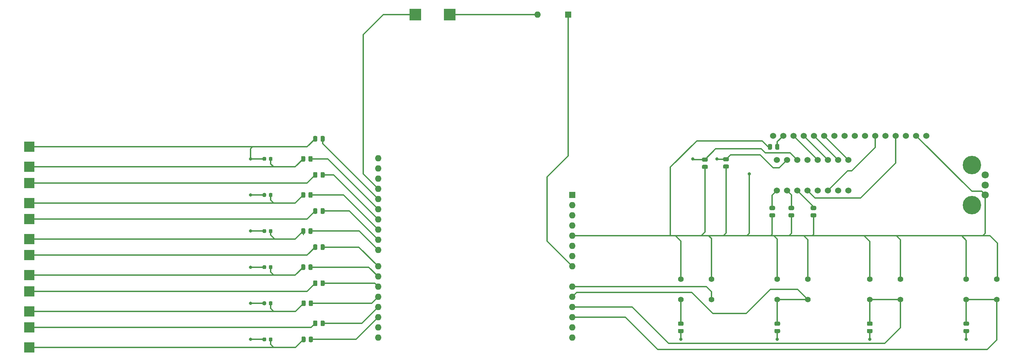
<source format=gbr>
%TF.GenerationSoftware,KiCad,Pcbnew,(5.1.8)-1*%
%TF.CreationDate,2021-04-22T01:43:49+03:00*%
%TF.ProjectId,guitar_second,67756974-6172-45f7-9365-636f6e642e6b,rev?*%
%TF.SameCoordinates,Original*%
%TF.FileFunction,Copper,L1,Top*%
%TF.FilePolarity,Positive*%
%FSLAX46Y46*%
G04 Gerber Fmt 4.6, Leading zero omitted, Abs format (unit mm)*
G04 Created by KiCad (PCBNEW (5.1.8)-1) date 2021-04-22 01:43:49*
%MOMM*%
%LPD*%
G01*
G04 APERTURE LIST*
%TA.AperFunction,ComponentPad*%
%ADD10C,1.524000*%
%TD*%
%TA.AperFunction,SMDPad,CuDef*%
%ADD11R,3.000000X3.000000*%
%TD*%
%TA.AperFunction,SMDPad,CuDef*%
%ADD12R,2.500000X2.500000*%
%TD*%
%TA.AperFunction,ComponentPad*%
%ADD13O,1.600000X1.600000*%
%TD*%
%TA.AperFunction,ComponentPad*%
%ADD14R,1.600000X1.600000*%
%TD*%
%TA.AperFunction,ComponentPad*%
%ADD15C,1.800000*%
%TD*%
%TA.AperFunction,ComponentPad*%
%ADD16C,4.600000*%
%TD*%
%TA.AperFunction,ComponentPad*%
%ADD17C,1.397000*%
%TD*%
%TA.AperFunction,ViaPad*%
%ADD18C,0.800000*%
%TD*%
%TA.AperFunction,Conductor*%
%ADD19C,0.350000*%
%TD*%
%TA.AperFunction,Conductor*%
%ADD20C,0.250000*%
%TD*%
G04 APERTURE END LIST*
D10*
%TO.P,U1,16*%
%TO.N,+5V*%
X218130000Y-106040000D03*
%TO.P,U1,15*%
%TO.N,/SDA*%
X220670000Y-106040000D03*
%TO.P,U1,14*%
%TO.N,/SCL*%
X223210000Y-106040000D03*
%TO.P,U1,13*%
%TO.N,N/C*%
X225750000Y-106040000D03*
%TO.P,U1,12*%
%TO.N,/LCD_D7*%
X228290000Y-106040000D03*
%TO.P,U1,11*%
%TO.N,/LCD_D6*%
X230830000Y-106040000D03*
%TO.P,U1,10*%
%TO.N,/LCD_D5*%
X233370000Y-106040000D03*
%TO.P,U1,9*%
%TO.N,/LCD_D4*%
X235910000Y-106040000D03*
%TO.P,U1,1*%
%TO.N,Net-(R3-Pad1)*%
X218130000Y-113660000D03*
%TO.P,U1,2*%
%TO.N,Net-(R4-Pad1)*%
X220670000Y-113660000D03*
%TO.P,U1,3*%
%TO.N,Net-(R5-Pad1)*%
X223210000Y-113660000D03*
%TO.P,U1,4*%
%TO.N,/LCD_RS*%
X225750000Y-113660000D03*
%TO.P,U1,5*%
%TO.N,/LCD_RW*%
X228290000Y-113660000D03*
%TO.P,U1,6*%
%TO.N,/LCD_E*%
X230830000Y-113660000D03*
%TO.P,U1,7*%
%TO.N,N/C*%
X233370000Y-113660000D03*
%TO.P,U1,8*%
%TO.N,GND*%
X235910000Y-113660000D03*
%TD*%
%TO.P,LCD1,2*%
%TO.N,+5V*%
X252760000Y-99990000D03*
%TO.P,LCD1,3*%
%TO.N,Net-(LCD1-Pad3)*%
X250220000Y-99990000D03*
%TO.P,LCD1,4*%
%TO.N,/LCD_RS*%
X247680000Y-99990000D03*
%TO.P,LCD1,5*%
%TO.N,/LCD_RW*%
X245140000Y-99990000D03*
%TO.P,LCD1,6*%
%TO.N,/LCD_E*%
X242600000Y-99990000D03*
%TO.P,LCD1,7*%
%TO.N,GND*%
X240060000Y-99990000D03*
%TO.P,LCD1,8*%
X237520000Y-99990000D03*
%TO.P,LCD1,9*%
X234980000Y-99990000D03*
%TO.P,LCD1,10*%
X232440000Y-99990000D03*
%TO.P,LCD1,11*%
%TO.N,/LCD_D4*%
X229900000Y-99990000D03*
%TO.P,LCD1,12*%
%TO.N,/LCD_D5*%
X227360000Y-99990000D03*
%TO.P,LCD1,13*%
%TO.N,/LCD_D6*%
X224820000Y-99990000D03*
%TO.P,LCD1,14*%
%TO.N,/LCD_D7*%
X222280000Y-99990000D03*
%TO.P,LCD1,15*%
%TO.N,Net-(LCD1-Pad15)*%
X219740000Y-99990000D03*
%TO.P,LCD1,16*%
%TO.N,GND*%
X217200000Y-99990000D03*
%TO.P,LCD1,1*%
X255300000Y-99990000D03*
%TD*%
D11*
%TO.P,REF\u002A\u002A,1*%
%TO.N,GND*%
X128250000Y-69750000D03*
%TD*%
%TO.P,REF\u002A\u002A,1*%
%TO.N,Net-(BT1-Pad1)*%
X136750000Y-69750000D03*
%TD*%
D12*
%TO.P,REF\u002A\u002A,1*%
%TO.N,/P1*%
X32250000Y-152750000D03*
%TD*%
%TO.P,REF\u002A\u002A,1*%
%TO.N,/P2*%
X32250000Y-147750000D03*
%TD*%
%TO.P,REF\u002A\u002A,1*%
%TO.N,/P3*%
X32250000Y-143750000D03*
%TD*%
%TO.P,REF\u002A\u002A,1*%
%TO.N,/P4*%
X32250000Y-138750000D03*
%TD*%
%TO.P,REF\u002A\u002A,1*%
%TO.N,/P5*%
X32250000Y-134750000D03*
%TD*%
%TO.P,REF\u002A\u002A,1*%
%TO.N,/P6*%
X32250000Y-129750000D03*
%TD*%
%TO.P,REF\u002A\u002A,1*%
%TO.N,/P7*%
X32250000Y-125750000D03*
%TD*%
%TO.P,REF\u002A\u002A,1*%
%TO.N,/P8*%
X32250000Y-120750000D03*
%TD*%
%TO.P,REF\u002A\u002A,1*%
%TO.N,/P9*%
X32250000Y-116750000D03*
%TD*%
%TO.P,REF\u002A\u002A,1*%
%TO.N,/P10*%
X32250000Y-111750000D03*
%TD*%
%TO.P,REF\u002A\u002A,1*%
%TO.N,/P11*%
X32250000Y-107750000D03*
%TD*%
%TO.P,REF\u002A\u002A,1*%
%TO.N,/P12*%
X32250000Y-102750000D03*
%TD*%
D13*
%TO.P,A1,32*%
%TO.N,N/C*%
X118990000Y-105610000D03*
%TO.P,A1,31*%
X118990000Y-108150000D03*
D14*
%TO.P,A1,1*%
X167250000Y-114750000D03*
D13*
%TO.P,A1,17*%
%TO.N,Net-(A1-Pad17)*%
X118990000Y-145230000D03*
%TO.P,A1,2*%
%TO.N,N/C*%
X167250000Y-117290000D03*
%TO.P,A1,18*%
%TO.N,Net-(A1-Pad18)*%
X118990000Y-142690000D03*
%TO.P,A1,3*%
%TO.N,N/C*%
X167250000Y-119830000D03*
%TO.P,A1,19*%
%TO.N,Net-(A1-Pad19)*%
X118990000Y-140150000D03*
%TO.P,A1,4*%
%TO.N,N/C*%
X167250000Y-122370000D03*
%TO.P,A1,20*%
%TO.N,Net-(A1-Pad20)*%
X118990000Y-137610000D03*
%TO.P,A1,5*%
%TO.N,+5V*%
X167250000Y-124910000D03*
%TO.P,A1,21*%
%TO.N,Net-(A1-Pad21)*%
X118990000Y-135070000D03*
%TO.P,A1,6*%
%TO.N,GND*%
X167250000Y-127450000D03*
%TO.P,A1,22*%
%TO.N,Net-(A1-Pad22)*%
X118990000Y-132530000D03*
%TO.P,A1,7*%
%TO.N,GND*%
X167250000Y-129990000D03*
%TO.P,A1,23*%
%TO.N,Net-(A1-Pad23)*%
X118990000Y-128470000D03*
%TO.P,A1,8*%
%TO.N,Net-(A1-Pad8)*%
X167250000Y-132530000D03*
%TO.P,A1,24*%
%TO.N,Net-(A1-Pad24)*%
X118990000Y-125930000D03*
%TO.P,A1,9*%
%TO.N,/A0*%
X167250000Y-137610000D03*
%TO.P,A1,25*%
%TO.N,Net-(A1-Pad25)*%
X118990000Y-123390000D03*
%TO.P,A1,10*%
%TO.N,/A1*%
X167250000Y-140150000D03*
%TO.P,A1,26*%
%TO.N,Net-(A1-Pad26)*%
X118990000Y-120850000D03*
%TO.P,A1,11*%
%TO.N,/A2*%
X167250000Y-142690000D03*
%TO.P,A1,27*%
%TO.N,Net-(A1-Pad27)*%
X118990000Y-118310000D03*
%TO.P,A1,12*%
%TO.N,/A3*%
X167250000Y-145230000D03*
%TO.P,A1,28*%
%TO.N,Net-(A1-Pad28)*%
X118990000Y-115770000D03*
%TO.P,A1,13*%
%TO.N,/SDA*%
X167250000Y-147770000D03*
%TO.P,A1,29*%
%TO.N,GND*%
X118990000Y-113230000D03*
%TO.P,A1,14*%
%TO.N,/SCL*%
X167250000Y-150310000D03*
%TO.P,A1,30*%
%TO.N,N/C*%
X118990000Y-110690000D03*
%TO.P,A1,15*%
X118990000Y-150310000D03*
%TO.P,A1,16*%
X118990000Y-147770000D03*
%TD*%
%TO.P,D22,2*%
%TO.N,/P12*%
%TA.AperFunction,SMDPad,CuDef*%
G36*
G01*
X91112500Y-105493750D02*
X91112500Y-106006250D01*
G75*
G02*
X90893750Y-106225000I-218750J0D01*
G01*
X90456250Y-106225000D01*
G75*
G02*
X90237500Y-106006250I0J218750D01*
G01*
X90237500Y-105493750D01*
G75*
G02*
X90456250Y-105275000I218750J0D01*
G01*
X90893750Y-105275000D01*
G75*
G02*
X91112500Y-105493750I0J-218750D01*
G01*
G37*
%TD.AperFunction*%
%TO.P,D22,1*%
%TO.N,/P11*%
%TA.AperFunction,SMDPad,CuDef*%
G36*
G01*
X92687500Y-105493750D02*
X92687500Y-106006250D01*
G75*
G02*
X92468750Y-106225000I-218750J0D01*
G01*
X92031250Y-106225000D01*
G75*
G02*
X91812500Y-106006250I0J218750D01*
G01*
X91812500Y-105493750D01*
G75*
G02*
X92031250Y-105275000I218750J0D01*
G01*
X92468750Y-105275000D01*
G75*
G02*
X92687500Y-105493750I0J-218750D01*
G01*
G37*
%TD.AperFunction*%
%TD*%
%TO.P,D44,2*%
%TO.N,/P12*%
%TA.AperFunction,SMDPad,CuDef*%
G36*
G01*
X91112500Y-114493750D02*
X91112500Y-115006250D01*
G75*
G02*
X90893750Y-115225000I-218750J0D01*
G01*
X90456250Y-115225000D01*
G75*
G02*
X90237500Y-115006250I0J218750D01*
G01*
X90237500Y-114493750D01*
G75*
G02*
X90456250Y-114275000I218750J0D01*
G01*
X90893750Y-114275000D01*
G75*
G02*
X91112500Y-114493750I0J-218750D01*
G01*
G37*
%TD.AperFunction*%
%TO.P,D44,1*%
%TO.N,/P9*%
%TA.AperFunction,SMDPad,CuDef*%
G36*
G01*
X92687500Y-114493750D02*
X92687500Y-115006250D01*
G75*
G02*
X92468750Y-115225000I-218750J0D01*
G01*
X92031250Y-115225000D01*
G75*
G02*
X91812500Y-115006250I0J218750D01*
G01*
X91812500Y-114493750D01*
G75*
G02*
X92031250Y-114275000I218750J0D01*
G01*
X92468750Y-114275000D01*
G75*
G02*
X92687500Y-114493750I0J-218750D01*
G01*
G37*
%TD.AperFunction*%
%TD*%
%TO.P,D66,2*%
%TO.N,/P12*%
%TA.AperFunction,SMDPad,CuDef*%
G36*
G01*
X91112500Y-123493750D02*
X91112500Y-124006250D01*
G75*
G02*
X90893750Y-124225000I-218750J0D01*
G01*
X90456250Y-124225000D01*
G75*
G02*
X90237500Y-124006250I0J218750D01*
G01*
X90237500Y-123493750D01*
G75*
G02*
X90456250Y-123275000I218750J0D01*
G01*
X90893750Y-123275000D01*
G75*
G02*
X91112500Y-123493750I0J-218750D01*
G01*
G37*
%TD.AperFunction*%
%TO.P,D66,1*%
%TO.N,/P7*%
%TA.AperFunction,SMDPad,CuDef*%
G36*
G01*
X92687500Y-123493750D02*
X92687500Y-124006250D01*
G75*
G02*
X92468750Y-124225000I-218750J0D01*
G01*
X92031250Y-124225000D01*
G75*
G02*
X91812500Y-124006250I0J218750D01*
G01*
X91812500Y-123493750D01*
G75*
G02*
X92031250Y-123275000I218750J0D01*
G01*
X92468750Y-123275000D01*
G75*
G02*
X92687500Y-123493750I0J-218750D01*
G01*
G37*
%TD.AperFunction*%
%TD*%
%TO.P,D88,1*%
%TO.N,/P5*%
%TA.AperFunction,SMDPad,CuDef*%
G36*
G01*
X92687500Y-132493750D02*
X92687500Y-133006250D01*
G75*
G02*
X92468750Y-133225000I-218750J0D01*
G01*
X92031250Y-133225000D01*
G75*
G02*
X91812500Y-133006250I0J218750D01*
G01*
X91812500Y-132493750D01*
G75*
G02*
X92031250Y-132275000I218750J0D01*
G01*
X92468750Y-132275000D01*
G75*
G02*
X92687500Y-132493750I0J-218750D01*
G01*
G37*
%TD.AperFunction*%
%TO.P,D88,2*%
%TO.N,/P12*%
%TA.AperFunction,SMDPad,CuDef*%
G36*
G01*
X91112500Y-132493750D02*
X91112500Y-133006250D01*
G75*
G02*
X90893750Y-133225000I-218750J0D01*
G01*
X90456250Y-133225000D01*
G75*
G02*
X90237500Y-133006250I0J218750D01*
G01*
X90237500Y-132493750D01*
G75*
G02*
X90456250Y-132275000I218750J0D01*
G01*
X90893750Y-132275000D01*
G75*
G02*
X91112500Y-132493750I0J-218750D01*
G01*
G37*
%TD.AperFunction*%
%TD*%
%TO.P,D110,2*%
%TO.N,/P12*%
%TA.AperFunction,SMDPad,CuDef*%
G36*
G01*
X91112500Y-141493750D02*
X91112500Y-142006250D01*
G75*
G02*
X90893750Y-142225000I-218750J0D01*
G01*
X90456250Y-142225000D01*
G75*
G02*
X90237500Y-142006250I0J218750D01*
G01*
X90237500Y-141493750D01*
G75*
G02*
X90456250Y-141275000I218750J0D01*
G01*
X90893750Y-141275000D01*
G75*
G02*
X91112500Y-141493750I0J-218750D01*
G01*
G37*
%TD.AperFunction*%
%TO.P,D110,1*%
%TO.N,/P3*%
%TA.AperFunction,SMDPad,CuDef*%
G36*
G01*
X92687500Y-141493750D02*
X92687500Y-142006250D01*
G75*
G02*
X92468750Y-142225000I-218750J0D01*
G01*
X92031250Y-142225000D01*
G75*
G02*
X91812500Y-142006250I0J218750D01*
G01*
X91812500Y-141493750D01*
G75*
G02*
X92031250Y-141275000I218750J0D01*
G01*
X92468750Y-141275000D01*
G75*
G02*
X92687500Y-141493750I0J-218750D01*
G01*
G37*
%TD.AperFunction*%
%TD*%
%TO.P,D132,2*%
%TO.N,/P12*%
%TA.AperFunction,SMDPad,CuDef*%
G36*
G01*
X91112500Y-150493750D02*
X91112500Y-151006250D01*
G75*
G02*
X90893750Y-151225000I-218750J0D01*
G01*
X90456250Y-151225000D01*
G75*
G02*
X90237500Y-151006250I0J218750D01*
G01*
X90237500Y-150493750D01*
G75*
G02*
X90456250Y-150275000I218750J0D01*
G01*
X90893750Y-150275000D01*
G75*
G02*
X91112500Y-150493750I0J-218750D01*
G01*
G37*
%TD.AperFunction*%
%TO.P,D132,1*%
%TO.N,/P1*%
%TA.AperFunction,SMDPad,CuDef*%
G36*
G01*
X92687500Y-150493750D02*
X92687500Y-151006250D01*
G75*
G02*
X92468750Y-151225000I-218750J0D01*
G01*
X92031250Y-151225000D01*
G75*
G02*
X91812500Y-151006250I0J218750D01*
G01*
X91812500Y-150493750D01*
G75*
G02*
X92031250Y-150275000I218750J0D01*
G01*
X92468750Y-150275000D01*
G75*
G02*
X92687500Y-150493750I0J-218750D01*
G01*
G37*
%TD.AperFunction*%
%TD*%
%TO.P,R1,1*%
%TO.N,/SCL*%
%TA.AperFunction,SMDPad,CuDef*%
G36*
G01*
X199799998Y-105412500D02*
X200700002Y-105412500D01*
G75*
G02*
X200950000Y-105662498I0J-249998D01*
G01*
X200950000Y-106187502D01*
G75*
G02*
X200700002Y-106437500I-249998J0D01*
G01*
X199799998Y-106437500D01*
G75*
G02*
X199550000Y-106187502I0J249998D01*
G01*
X199550000Y-105662498D01*
G75*
G02*
X199799998Y-105412500I249998J0D01*
G01*
G37*
%TD.AperFunction*%
%TO.P,R1,2*%
%TO.N,+5V*%
%TA.AperFunction,SMDPad,CuDef*%
G36*
G01*
X199799998Y-107237500D02*
X200700002Y-107237500D01*
G75*
G02*
X200950000Y-107487498I0J-249998D01*
G01*
X200950000Y-108012502D01*
G75*
G02*
X200700002Y-108262500I-249998J0D01*
G01*
X199799998Y-108262500D01*
G75*
G02*
X199550000Y-108012502I0J249998D01*
G01*
X199550000Y-107487498D01*
G75*
G02*
X199799998Y-107237500I249998J0D01*
G01*
G37*
%TD.AperFunction*%
%TD*%
%TO.P,R2,1*%
%TO.N,/SDA*%
%TA.AperFunction,SMDPad,CuDef*%
G36*
G01*
X205049998Y-105325000D02*
X205950002Y-105325000D01*
G75*
G02*
X206200000Y-105574998I0J-249998D01*
G01*
X206200000Y-106100002D01*
G75*
G02*
X205950002Y-106350000I-249998J0D01*
G01*
X205049998Y-106350000D01*
G75*
G02*
X204800000Y-106100002I0J249998D01*
G01*
X204800000Y-105574998D01*
G75*
G02*
X205049998Y-105325000I249998J0D01*
G01*
G37*
%TD.AperFunction*%
%TO.P,R2,2*%
%TO.N,+5V*%
%TA.AperFunction,SMDPad,CuDef*%
G36*
G01*
X205049998Y-107150000D02*
X205950002Y-107150000D01*
G75*
G02*
X206200000Y-107399998I0J-249998D01*
G01*
X206200000Y-107925002D01*
G75*
G02*
X205950002Y-108175000I-249998J0D01*
G01*
X205049998Y-108175000D01*
G75*
G02*
X204800000Y-107925002I0J249998D01*
G01*
X204800000Y-107399998D01*
G75*
G02*
X205049998Y-107150000I249998J0D01*
G01*
G37*
%TD.AperFunction*%
%TD*%
%TO.P,R3,2*%
%TO.N,+5V*%
%TA.AperFunction,SMDPad,CuDef*%
G36*
G01*
X216549998Y-119312500D02*
X217450002Y-119312500D01*
G75*
G02*
X217700000Y-119562498I0J-249998D01*
G01*
X217700000Y-120087502D01*
G75*
G02*
X217450002Y-120337500I-249998J0D01*
G01*
X216549998Y-120337500D01*
G75*
G02*
X216300000Y-120087502I0J249998D01*
G01*
X216300000Y-119562498D01*
G75*
G02*
X216549998Y-119312500I249998J0D01*
G01*
G37*
%TD.AperFunction*%
%TO.P,R3,1*%
%TO.N,Net-(R3-Pad1)*%
%TA.AperFunction,SMDPad,CuDef*%
G36*
G01*
X216549998Y-117487500D02*
X217450002Y-117487500D01*
G75*
G02*
X217700000Y-117737498I0J-249998D01*
G01*
X217700000Y-118262502D01*
G75*
G02*
X217450002Y-118512500I-249998J0D01*
G01*
X216549998Y-118512500D01*
G75*
G02*
X216300000Y-118262502I0J249998D01*
G01*
X216300000Y-117737498D01*
G75*
G02*
X216549998Y-117487500I249998J0D01*
G01*
G37*
%TD.AperFunction*%
%TD*%
%TO.P,R4,1*%
%TO.N,Net-(R4-Pad1)*%
%TA.AperFunction,SMDPad,CuDef*%
G36*
G01*
X221299998Y-117487500D02*
X222200002Y-117487500D01*
G75*
G02*
X222450000Y-117737498I0J-249998D01*
G01*
X222450000Y-118262502D01*
G75*
G02*
X222200002Y-118512500I-249998J0D01*
G01*
X221299998Y-118512500D01*
G75*
G02*
X221050000Y-118262502I0J249998D01*
G01*
X221050000Y-117737498D01*
G75*
G02*
X221299998Y-117487500I249998J0D01*
G01*
G37*
%TD.AperFunction*%
%TO.P,R4,2*%
%TO.N,+5V*%
%TA.AperFunction,SMDPad,CuDef*%
G36*
G01*
X221299998Y-119312500D02*
X222200002Y-119312500D01*
G75*
G02*
X222450000Y-119562498I0J-249998D01*
G01*
X222450000Y-120087502D01*
G75*
G02*
X222200002Y-120337500I-249998J0D01*
G01*
X221299998Y-120337500D01*
G75*
G02*
X221050000Y-120087502I0J249998D01*
G01*
X221050000Y-119562498D01*
G75*
G02*
X221299998Y-119312500I249998J0D01*
G01*
G37*
%TD.AperFunction*%
%TD*%
%TO.P,R5,2*%
%TO.N,+5V*%
%TA.AperFunction,SMDPad,CuDef*%
G36*
G01*
X226799998Y-119312500D02*
X227700002Y-119312500D01*
G75*
G02*
X227950000Y-119562498I0J-249998D01*
G01*
X227950000Y-120087502D01*
G75*
G02*
X227700002Y-120337500I-249998J0D01*
G01*
X226799998Y-120337500D01*
G75*
G02*
X226550000Y-120087502I0J249998D01*
G01*
X226550000Y-119562498D01*
G75*
G02*
X226799998Y-119312500I249998J0D01*
G01*
G37*
%TD.AperFunction*%
%TO.P,R5,1*%
%TO.N,Net-(R5-Pad1)*%
%TA.AperFunction,SMDPad,CuDef*%
G36*
G01*
X226799998Y-117487500D02*
X227700002Y-117487500D01*
G75*
G02*
X227950000Y-117737498I0J-249998D01*
G01*
X227950000Y-118262502D01*
G75*
G02*
X227700002Y-118512500I-249998J0D01*
G01*
X226799998Y-118512500D01*
G75*
G02*
X226550000Y-118262502I0J249998D01*
G01*
X226550000Y-117737498D01*
G75*
G02*
X226799998Y-117487500I249998J0D01*
G01*
G37*
%TD.AperFunction*%
%TD*%
%TO.P,R6,1*%
%TO.N,/P1*%
%TA.AperFunction,SMDPad,CuDef*%
G36*
G01*
X99912500Y-151200002D02*
X99912500Y-150299998D01*
G75*
G02*
X100162498Y-150050000I249998J0D01*
G01*
X100687502Y-150050000D01*
G75*
G02*
X100937500Y-150299998I0J-249998D01*
G01*
X100937500Y-151200002D01*
G75*
G02*
X100687502Y-151450000I-249998J0D01*
G01*
X100162498Y-151450000D01*
G75*
G02*
X99912500Y-151200002I0J249998D01*
G01*
G37*
%TD.AperFunction*%
%TO.P,R6,2*%
%TO.N,Net-(A1-Pad17)*%
%TA.AperFunction,SMDPad,CuDef*%
G36*
G01*
X101737500Y-151200002D02*
X101737500Y-150299998D01*
G75*
G02*
X101987498Y-150050000I249998J0D01*
G01*
X102512502Y-150050000D01*
G75*
G02*
X102762500Y-150299998I0J-249998D01*
G01*
X102762500Y-151200002D01*
G75*
G02*
X102512502Y-151450000I-249998J0D01*
G01*
X101987498Y-151450000D01*
G75*
G02*
X101737500Y-151200002I0J249998D01*
G01*
G37*
%TD.AperFunction*%
%TD*%
%TO.P,R7,2*%
%TO.N,Net-(A1-Pad18)*%
%TA.AperFunction,SMDPad,CuDef*%
G36*
G01*
X104650000Y-147200002D02*
X104650000Y-146299998D01*
G75*
G02*
X104899998Y-146050000I249998J0D01*
G01*
X105425002Y-146050000D01*
G75*
G02*
X105675000Y-146299998I0J-249998D01*
G01*
X105675000Y-147200002D01*
G75*
G02*
X105425002Y-147450000I-249998J0D01*
G01*
X104899998Y-147450000D01*
G75*
G02*
X104650000Y-147200002I0J249998D01*
G01*
G37*
%TD.AperFunction*%
%TO.P,R7,1*%
%TO.N,/P2*%
%TA.AperFunction,SMDPad,CuDef*%
G36*
G01*
X102825000Y-147200002D02*
X102825000Y-146299998D01*
G75*
G02*
X103074998Y-146050000I249998J0D01*
G01*
X103600002Y-146050000D01*
G75*
G02*
X103850000Y-146299998I0J-249998D01*
G01*
X103850000Y-147200002D01*
G75*
G02*
X103600002Y-147450000I-249998J0D01*
G01*
X103074998Y-147450000D01*
G75*
G02*
X102825000Y-147200002I0J249998D01*
G01*
G37*
%TD.AperFunction*%
%TD*%
%TO.P,R8,1*%
%TO.N,/P3*%
%TA.AperFunction,SMDPad,CuDef*%
G36*
G01*
X99912500Y-142200002D02*
X99912500Y-141299998D01*
G75*
G02*
X100162498Y-141050000I249998J0D01*
G01*
X100687502Y-141050000D01*
G75*
G02*
X100937500Y-141299998I0J-249998D01*
G01*
X100937500Y-142200002D01*
G75*
G02*
X100687502Y-142450000I-249998J0D01*
G01*
X100162498Y-142450000D01*
G75*
G02*
X99912500Y-142200002I0J249998D01*
G01*
G37*
%TD.AperFunction*%
%TO.P,R8,2*%
%TO.N,Net-(A1-Pad19)*%
%TA.AperFunction,SMDPad,CuDef*%
G36*
G01*
X101737500Y-142200002D02*
X101737500Y-141299998D01*
G75*
G02*
X101987498Y-141050000I249998J0D01*
G01*
X102512502Y-141050000D01*
G75*
G02*
X102762500Y-141299998I0J-249998D01*
G01*
X102762500Y-142200002D01*
G75*
G02*
X102512502Y-142450000I-249998J0D01*
G01*
X101987498Y-142450000D01*
G75*
G02*
X101737500Y-142200002I0J249998D01*
G01*
G37*
%TD.AperFunction*%
%TD*%
%TO.P,R9,2*%
%TO.N,Net-(A1-Pad20)*%
%TA.AperFunction,SMDPad,CuDef*%
G36*
G01*
X104650000Y-137200002D02*
X104650000Y-136299998D01*
G75*
G02*
X104899998Y-136050000I249998J0D01*
G01*
X105425002Y-136050000D01*
G75*
G02*
X105675000Y-136299998I0J-249998D01*
G01*
X105675000Y-137200002D01*
G75*
G02*
X105425002Y-137450000I-249998J0D01*
G01*
X104899998Y-137450000D01*
G75*
G02*
X104650000Y-137200002I0J249998D01*
G01*
G37*
%TD.AperFunction*%
%TO.P,R9,1*%
%TO.N,/P4*%
%TA.AperFunction,SMDPad,CuDef*%
G36*
G01*
X102825000Y-137200002D02*
X102825000Y-136299998D01*
G75*
G02*
X103074998Y-136050000I249998J0D01*
G01*
X103600002Y-136050000D01*
G75*
G02*
X103850000Y-136299998I0J-249998D01*
G01*
X103850000Y-137200002D01*
G75*
G02*
X103600002Y-137450000I-249998J0D01*
G01*
X103074998Y-137450000D01*
G75*
G02*
X102825000Y-137200002I0J249998D01*
G01*
G37*
%TD.AperFunction*%
%TD*%
%TO.P,R10,1*%
%TO.N,/P5*%
%TA.AperFunction,SMDPad,CuDef*%
G36*
G01*
X99825000Y-133200002D02*
X99825000Y-132299998D01*
G75*
G02*
X100074998Y-132050000I249998J0D01*
G01*
X100600002Y-132050000D01*
G75*
G02*
X100850000Y-132299998I0J-249998D01*
G01*
X100850000Y-133200002D01*
G75*
G02*
X100600002Y-133450000I-249998J0D01*
G01*
X100074998Y-133450000D01*
G75*
G02*
X99825000Y-133200002I0J249998D01*
G01*
G37*
%TD.AperFunction*%
%TO.P,R10,2*%
%TO.N,Net-(A1-Pad21)*%
%TA.AperFunction,SMDPad,CuDef*%
G36*
G01*
X101650000Y-133200002D02*
X101650000Y-132299998D01*
G75*
G02*
X101899998Y-132050000I249998J0D01*
G01*
X102425002Y-132050000D01*
G75*
G02*
X102675000Y-132299998I0J-249998D01*
G01*
X102675000Y-133200002D01*
G75*
G02*
X102425002Y-133450000I-249998J0D01*
G01*
X101899998Y-133450000D01*
G75*
G02*
X101650000Y-133200002I0J249998D01*
G01*
G37*
%TD.AperFunction*%
%TD*%
%TO.P,R11,2*%
%TO.N,Net-(A1-Pad22)*%
%TA.AperFunction,SMDPad,CuDef*%
G36*
G01*
X104650000Y-128200002D02*
X104650000Y-127299998D01*
G75*
G02*
X104899998Y-127050000I249998J0D01*
G01*
X105425002Y-127050000D01*
G75*
G02*
X105675000Y-127299998I0J-249998D01*
G01*
X105675000Y-128200002D01*
G75*
G02*
X105425002Y-128450000I-249998J0D01*
G01*
X104899998Y-128450000D01*
G75*
G02*
X104650000Y-128200002I0J249998D01*
G01*
G37*
%TD.AperFunction*%
%TO.P,R11,1*%
%TO.N,/P6*%
%TA.AperFunction,SMDPad,CuDef*%
G36*
G01*
X102825000Y-128200002D02*
X102825000Y-127299998D01*
G75*
G02*
X103074998Y-127050000I249998J0D01*
G01*
X103600002Y-127050000D01*
G75*
G02*
X103850000Y-127299998I0J-249998D01*
G01*
X103850000Y-128200002D01*
G75*
G02*
X103600002Y-128450000I-249998J0D01*
G01*
X103074998Y-128450000D01*
G75*
G02*
X102825000Y-128200002I0J249998D01*
G01*
G37*
%TD.AperFunction*%
%TD*%
%TO.P,R12,1*%
%TO.N,/P7*%
%TA.AperFunction,SMDPad,CuDef*%
G36*
G01*
X99825000Y-124200002D02*
X99825000Y-123299998D01*
G75*
G02*
X100074998Y-123050000I249998J0D01*
G01*
X100600002Y-123050000D01*
G75*
G02*
X100850000Y-123299998I0J-249998D01*
G01*
X100850000Y-124200002D01*
G75*
G02*
X100600002Y-124450000I-249998J0D01*
G01*
X100074998Y-124450000D01*
G75*
G02*
X99825000Y-124200002I0J249998D01*
G01*
G37*
%TD.AperFunction*%
%TO.P,R12,2*%
%TO.N,Net-(A1-Pad23)*%
%TA.AperFunction,SMDPad,CuDef*%
G36*
G01*
X101650000Y-124200002D02*
X101650000Y-123299998D01*
G75*
G02*
X101899998Y-123050000I249998J0D01*
G01*
X102425002Y-123050000D01*
G75*
G02*
X102675000Y-123299998I0J-249998D01*
G01*
X102675000Y-124200002D01*
G75*
G02*
X102425002Y-124450000I-249998J0D01*
G01*
X101899998Y-124450000D01*
G75*
G02*
X101650000Y-124200002I0J249998D01*
G01*
G37*
%TD.AperFunction*%
%TD*%
%TO.P,R13,2*%
%TO.N,Net-(A1-Pad24)*%
%TA.AperFunction,SMDPad,CuDef*%
G36*
G01*
X104650000Y-119200002D02*
X104650000Y-118299998D01*
G75*
G02*
X104899998Y-118050000I249998J0D01*
G01*
X105425002Y-118050000D01*
G75*
G02*
X105675000Y-118299998I0J-249998D01*
G01*
X105675000Y-119200002D01*
G75*
G02*
X105425002Y-119450000I-249998J0D01*
G01*
X104899998Y-119450000D01*
G75*
G02*
X104650000Y-119200002I0J249998D01*
G01*
G37*
%TD.AperFunction*%
%TO.P,R13,1*%
%TO.N,/P8*%
%TA.AperFunction,SMDPad,CuDef*%
G36*
G01*
X102825000Y-119200002D02*
X102825000Y-118299998D01*
G75*
G02*
X103074998Y-118050000I249998J0D01*
G01*
X103600002Y-118050000D01*
G75*
G02*
X103850000Y-118299998I0J-249998D01*
G01*
X103850000Y-119200002D01*
G75*
G02*
X103600002Y-119450000I-249998J0D01*
G01*
X103074998Y-119450000D01*
G75*
G02*
X102825000Y-119200002I0J249998D01*
G01*
G37*
%TD.AperFunction*%
%TD*%
%TO.P,R14,2*%
%TO.N,Net-(A1-Pad25)*%
%TA.AperFunction,SMDPad,CuDef*%
G36*
G01*
X101650000Y-115200002D02*
X101650000Y-114299998D01*
G75*
G02*
X101899998Y-114050000I249998J0D01*
G01*
X102425002Y-114050000D01*
G75*
G02*
X102675000Y-114299998I0J-249998D01*
G01*
X102675000Y-115200002D01*
G75*
G02*
X102425002Y-115450000I-249998J0D01*
G01*
X101899998Y-115450000D01*
G75*
G02*
X101650000Y-115200002I0J249998D01*
G01*
G37*
%TD.AperFunction*%
%TO.P,R14,1*%
%TO.N,/P9*%
%TA.AperFunction,SMDPad,CuDef*%
G36*
G01*
X99825000Y-115200002D02*
X99825000Y-114299998D01*
G75*
G02*
X100074998Y-114050000I249998J0D01*
G01*
X100600002Y-114050000D01*
G75*
G02*
X100850000Y-114299998I0J-249998D01*
G01*
X100850000Y-115200002D01*
G75*
G02*
X100600002Y-115450000I-249998J0D01*
G01*
X100074998Y-115450000D01*
G75*
G02*
X99825000Y-115200002I0J249998D01*
G01*
G37*
%TD.AperFunction*%
%TD*%
%TO.P,R15,1*%
%TO.N,/P10*%
%TA.AperFunction,SMDPad,CuDef*%
G36*
G01*
X102825000Y-110200002D02*
X102825000Y-109299998D01*
G75*
G02*
X103074998Y-109050000I249998J0D01*
G01*
X103600002Y-109050000D01*
G75*
G02*
X103850000Y-109299998I0J-249998D01*
G01*
X103850000Y-110200002D01*
G75*
G02*
X103600002Y-110450000I-249998J0D01*
G01*
X103074998Y-110450000D01*
G75*
G02*
X102825000Y-110200002I0J249998D01*
G01*
G37*
%TD.AperFunction*%
%TO.P,R15,2*%
%TO.N,Net-(A1-Pad26)*%
%TA.AperFunction,SMDPad,CuDef*%
G36*
G01*
X104650000Y-110200002D02*
X104650000Y-109299998D01*
G75*
G02*
X104899998Y-109050000I249998J0D01*
G01*
X105425002Y-109050000D01*
G75*
G02*
X105675000Y-109299998I0J-249998D01*
G01*
X105675000Y-110200002D01*
G75*
G02*
X105425002Y-110450000I-249998J0D01*
G01*
X104899998Y-110450000D01*
G75*
G02*
X104650000Y-110200002I0J249998D01*
G01*
G37*
%TD.AperFunction*%
%TD*%
%TO.P,R16,1*%
%TO.N,/P11*%
%TA.AperFunction,SMDPad,CuDef*%
G36*
G01*
X99825000Y-106200002D02*
X99825000Y-105299998D01*
G75*
G02*
X100074998Y-105050000I249998J0D01*
G01*
X100600002Y-105050000D01*
G75*
G02*
X100850000Y-105299998I0J-249998D01*
G01*
X100850000Y-106200002D01*
G75*
G02*
X100600002Y-106450000I-249998J0D01*
G01*
X100074998Y-106450000D01*
G75*
G02*
X99825000Y-106200002I0J249998D01*
G01*
G37*
%TD.AperFunction*%
%TO.P,R16,2*%
%TO.N,Net-(A1-Pad27)*%
%TA.AperFunction,SMDPad,CuDef*%
G36*
G01*
X101650000Y-106200002D02*
X101650000Y-105299998D01*
G75*
G02*
X101899998Y-105050000I249998J0D01*
G01*
X102425002Y-105050000D01*
G75*
G02*
X102675000Y-105299998I0J-249998D01*
G01*
X102675000Y-106200002D01*
G75*
G02*
X102425002Y-106450000I-249998J0D01*
G01*
X101899998Y-106450000D01*
G75*
G02*
X101650000Y-106200002I0J249998D01*
G01*
G37*
%TD.AperFunction*%
%TD*%
%TO.P,R17,2*%
%TO.N,Net-(A1-Pad28)*%
%TA.AperFunction,SMDPad,CuDef*%
G36*
G01*
X104650000Y-101200002D02*
X104650000Y-100299998D01*
G75*
G02*
X104899998Y-100050000I249998J0D01*
G01*
X105425002Y-100050000D01*
G75*
G02*
X105675000Y-100299998I0J-249998D01*
G01*
X105675000Y-101200002D01*
G75*
G02*
X105425002Y-101450000I-249998J0D01*
G01*
X104899998Y-101450000D01*
G75*
G02*
X104650000Y-101200002I0J249998D01*
G01*
G37*
%TD.AperFunction*%
%TO.P,R17,1*%
%TO.N,/P12*%
%TA.AperFunction,SMDPad,CuDef*%
G36*
G01*
X102825000Y-101200002D02*
X102825000Y-100299998D01*
G75*
G02*
X103074998Y-100050000I249998J0D01*
G01*
X103600002Y-100050000D01*
G75*
G02*
X103850000Y-100299998I0J-249998D01*
G01*
X103850000Y-101200002D01*
G75*
G02*
X103600002Y-101450000I-249998J0D01*
G01*
X103074998Y-101450000D01*
G75*
G02*
X102825000Y-101200002I0J249998D01*
G01*
G37*
%TD.AperFunction*%
%TD*%
%TO.P,R18,2*%
%TO.N,+5V*%
%TA.AperFunction,SMDPad,CuDef*%
G36*
G01*
X216937500Y-102299998D02*
X216937500Y-103200002D01*
G75*
G02*
X216687502Y-103450000I-249998J0D01*
G01*
X216162498Y-103450000D01*
G75*
G02*
X215912500Y-103200002I0J249998D01*
G01*
X215912500Y-102299998D01*
G75*
G02*
X216162498Y-102050000I249998J0D01*
G01*
X216687502Y-102050000D01*
G75*
G02*
X216937500Y-102299998I0J-249998D01*
G01*
G37*
%TD.AperFunction*%
%TO.P,R18,1*%
%TO.N,Net-(LCD1-Pad15)*%
%TA.AperFunction,SMDPad,CuDef*%
G36*
G01*
X218762500Y-102299998D02*
X218762500Y-103200002D01*
G75*
G02*
X218512502Y-103450000I-249998J0D01*
G01*
X217987498Y-103450000D01*
G75*
G02*
X217737500Y-103200002I0J249998D01*
G01*
X217737500Y-102299998D01*
G75*
G02*
X217987498Y-102050000I249998J0D01*
G01*
X218512502Y-102050000D01*
G75*
G02*
X218762500Y-102299998I0J-249998D01*
G01*
G37*
%TD.AperFunction*%
%TD*%
%TO.P,R19,2*%
%TO.N,/A0*%
%TA.AperFunction,SMDPad,CuDef*%
G36*
G01*
X194700002Y-147350000D02*
X193799998Y-147350000D01*
G75*
G02*
X193550000Y-147100002I0J249998D01*
G01*
X193550000Y-146574998D01*
G75*
G02*
X193799998Y-146325000I249998J0D01*
G01*
X194700002Y-146325000D01*
G75*
G02*
X194950000Y-146574998I0J-249998D01*
G01*
X194950000Y-147100002D01*
G75*
G02*
X194700002Y-147350000I-249998J0D01*
G01*
G37*
%TD.AperFunction*%
%TO.P,R19,1*%
%TO.N,GND*%
%TA.AperFunction,SMDPad,CuDef*%
G36*
G01*
X194700002Y-149175000D02*
X193799998Y-149175000D01*
G75*
G02*
X193550000Y-148925002I0J249998D01*
G01*
X193550000Y-148399998D01*
G75*
G02*
X193799998Y-148150000I249998J0D01*
G01*
X194700002Y-148150000D01*
G75*
G02*
X194950000Y-148399998I0J-249998D01*
G01*
X194950000Y-148925002D01*
G75*
G02*
X194700002Y-149175000I-249998J0D01*
G01*
G37*
%TD.AperFunction*%
%TD*%
%TO.P,R20,2*%
%TO.N,/A1*%
%TA.AperFunction,SMDPad,CuDef*%
G36*
G01*
X218700002Y-147350000D02*
X217799998Y-147350000D01*
G75*
G02*
X217550000Y-147100002I0J249998D01*
G01*
X217550000Y-146574998D01*
G75*
G02*
X217799998Y-146325000I249998J0D01*
G01*
X218700002Y-146325000D01*
G75*
G02*
X218950000Y-146574998I0J-249998D01*
G01*
X218950000Y-147100002D01*
G75*
G02*
X218700002Y-147350000I-249998J0D01*
G01*
G37*
%TD.AperFunction*%
%TO.P,R20,1*%
%TO.N,GND*%
%TA.AperFunction,SMDPad,CuDef*%
G36*
G01*
X218700002Y-149175000D02*
X217799998Y-149175000D01*
G75*
G02*
X217550000Y-148925002I0J249998D01*
G01*
X217550000Y-148399998D01*
G75*
G02*
X217799998Y-148150000I249998J0D01*
G01*
X218700002Y-148150000D01*
G75*
G02*
X218950000Y-148399998I0J-249998D01*
G01*
X218950000Y-148925002D01*
G75*
G02*
X218700002Y-149175000I-249998J0D01*
G01*
G37*
%TD.AperFunction*%
%TD*%
%TO.P,R21,1*%
%TO.N,GND*%
%TA.AperFunction,SMDPad,CuDef*%
G36*
G01*
X241700002Y-149175000D02*
X240799998Y-149175000D01*
G75*
G02*
X240550000Y-148925002I0J249998D01*
G01*
X240550000Y-148399998D01*
G75*
G02*
X240799998Y-148150000I249998J0D01*
G01*
X241700002Y-148150000D01*
G75*
G02*
X241950000Y-148399998I0J-249998D01*
G01*
X241950000Y-148925002D01*
G75*
G02*
X241700002Y-149175000I-249998J0D01*
G01*
G37*
%TD.AperFunction*%
%TO.P,R21,2*%
%TO.N,/A2*%
%TA.AperFunction,SMDPad,CuDef*%
G36*
G01*
X241700002Y-147350000D02*
X240799998Y-147350000D01*
G75*
G02*
X240550000Y-147100002I0J249998D01*
G01*
X240550000Y-146574998D01*
G75*
G02*
X240799998Y-146325000I249998J0D01*
G01*
X241700002Y-146325000D01*
G75*
G02*
X241950000Y-146574998I0J-249998D01*
G01*
X241950000Y-147100002D01*
G75*
G02*
X241700002Y-147350000I-249998J0D01*
G01*
G37*
%TD.AperFunction*%
%TD*%
%TO.P,R22,1*%
%TO.N,GND*%
%TA.AperFunction,SMDPad,CuDef*%
G36*
G01*
X265700002Y-149175000D02*
X264799998Y-149175000D01*
G75*
G02*
X264550000Y-148925002I0J249998D01*
G01*
X264550000Y-148399998D01*
G75*
G02*
X264799998Y-148150000I249998J0D01*
G01*
X265700002Y-148150000D01*
G75*
G02*
X265950000Y-148399998I0J-249998D01*
G01*
X265950000Y-148925002D01*
G75*
G02*
X265700002Y-149175000I-249998J0D01*
G01*
G37*
%TD.AperFunction*%
%TO.P,R22,2*%
%TO.N,/A3*%
%TA.AperFunction,SMDPad,CuDef*%
G36*
G01*
X265700002Y-147350000D02*
X264799998Y-147350000D01*
G75*
G02*
X264550000Y-147100002I0J249998D01*
G01*
X264550000Y-146574998D01*
G75*
G02*
X264799998Y-146325000I249998J0D01*
G01*
X265700002Y-146325000D01*
G75*
G02*
X265950000Y-146574998I0J-249998D01*
G01*
X265950000Y-147100002D01*
G75*
G02*
X265700002Y-147350000I-249998J0D01*
G01*
G37*
%TD.AperFunction*%
%TD*%
D15*
%TO.P,RV1,3*%
%TO.N,GND*%
X270000000Y-109750000D03*
%TO.P,RV1,2*%
%TO.N,Net-(LCD1-Pad3)*%
X270000000Y-112250000D03*
%TO.P,RV1,1*%
%TO.N,+5V*%
X270000000Y-114750000D03*
D16*
%TO.P,RV1,*%
%TO.N,*%
X266700000Y-107250000D03*
X266700000Y-117250000D03*
%TD*%
D14*
%TO.P,SW1,1*%
%TO.N,Net-(A1-Pad8)*%
X166250000Y-69750000D03*
D13*
%TO.P,SW1,2*%
%TO.N,Net-(BT1-Pad1)*%
X158630000Y-69750000D03*
%TD*%
D17*
%TO.P,SW2,1*%
%TO.N,+5V*%
X201870000Y-135750000D03*
%TO.P,SW2,2*%
%TO.N,/A0*%
X201870000Y-140830000D03*
%TO.P,SW2,1*%
%TO.N,+5V*%
X194250000Y-135750000D03*
%TO.P,SW2,2*%
%TO.N,/A0*%
X194250000Y-140830000D03*
%TD*%
%TO.P,SW3,2*%
%TO.N,/A1*%
X218250000Y-140830000D03*
%TO.P,SW3,1*%
%TO.N,+5V*%
X218250000Y-135750000D03*
%TO.P,SW3,2*%
%TO.N,/A1*%
X225870000Y-140830000D03*
%TO.P,SW3,1*%
%TO.N,+5V*%
X225870000Y-135750000D03*
%TD*%
%TO.P,SW4,2*%
%TO.N,/A2*%
X241250000Y-140830000D03*
%TO.P,SW4,1*%
%TO.N,+5V*%
X241250000Y-135750000D03*
%TO.P,SW4,2*%
%TO.N,/A2*%
X248870000Y-140830000D03*
%TO.P,SW4,1*%
%TO.N,+5V*%
X248870000Y-135750000D03*
%TD*%
%TO.P,SW5,1*%
%TO.N,+5V*%
X272870000Y-135750000D03*
%TO.P,SW5,2*%
%TO.N,/A3*%
X272870000Y-140830000D03*
%TO.P,SW5,1*%
%TO.N,+5V*%
X265250000Y-135750000D03*
%TO.P,SW5,2*%
%TO.N,/A3*%
X265250000Y-140830000D03*
%TD*%
D18*
%TO.N,+5V*%
X211250000Y-109500000D03*
%TO.N,GND*%
X265250000Y-150750000D03*
X241250000Y-150750000D03*
X194250000Y-150750000D03*
X218250000Y-150750000D03*
%TO.N,/SDA*%
X203250000Y-105750000D03*
%TO.N,/SCL*%
X197250000Y-105750000D03*
%TO.N,/P12*%
X87250000Y-105750000D03*
X87250000Y-114750000D03*
X87250000Y-123750000D03*
X87250000Y-132750000D03*
X87250000Y-141750000D03*
X87250000Y-150750000D03*
%TD*%
D19*
%TO.N,Net-(A1-Pad17)*%
X113470000Y-150750000D02*
X118990000Y-145230000D01*
X102250000Y-150750000D02*
X113470000Y-150750000D01*
%TO.N,Net-(A1-Pad18)*%
X114930000Y-146750000D02*
X118990000Y-142690000D01*
X105162500Y-146750000D02*
X114930000Y-146750000D01*
%TO.N,Net-(A1-Pad19)*%
X117390000Y-141750000D02*
X118990000Y-140150000D01*
X102250000Y-141750000D02*
X117390000Y-141750000D01*
%TO.N,Net-(A1-Pad20)*%
X118130000Y-136750000D02*
X118990000Y-137610000D01*
X105162500Y-136750000D02*
X118130000Y-136750000D01*
%TO.N,+5V*%
X271160000Y-124910000D02*
X273000000Y-126750000D01*
X273000000Y-135620000D02*
X272870000Y-135750000D01*
X273000000Y-126750000D02*
X273000000Y-135620000D01*
X194250000Y-126250000D02*
X192910000Y-124910000D01*
X194250000Y-135750000D02*
X194250000Y-126250000D01*
X201870000Y-125620000D02*
X201160000Y-124910000D01*
X201870000Y-135750000D02*
X201870000Y-125620000D01*
X218250000Y-125750000D02*
X217410000Y-124910000D01*
X218250000Y-135750000D02*
X218250000Y-125750000D01*
X225870000Y-125940000D02*
X224840000Y-124910000D01*
X225870000Y-135750000D02*
X225870000Y-125940000D01*
X241250000Y-135750000D02*
X241250000Y-126320000D01*
X241250000Y-126320000D02*
X239840000Y-124910000D01*
X248870000Y-125940000D02*
X247840000Y-124910000D01*
X248870000Y-135750000D02*
X248870000Y-125940000D01*
X239840000Y-124910000D02*
X247840000Y-124910000D01*
X265250000Y-126070000D02*
X264090000Y-124910000D01*
X265250000Y-135750000D02*
X265250000Y-126070000D01*
X247840000Y-124910000D02*
X264090000Y-124910000D01*
X223590000Y-124910000D02*
X224840000Y-124910000D01*
X233340000Y-124910000D02*
X239840000Y-124910000D01*
X228160000Y-124910000D02*
X233340000Y-124910000D01*
X270000000Y-124320000D02*
X269410000Y-124910000D01*
X269410000Y-124910000D02*
X271160000Y-124910000D01*
X270000000Y-114750000D02*
X270000000Y-124320000D01*
X264090000Y-124910000D02*
X269410000Y-124910000D01*
X269100001Y-113850001D02*
X270000000Y-114750000D01*
X266620001Y-113850001D02*
X269100001Y-113850001D01*
X252760000Y-99990000D02*
X266620001Y-113850001D01*
X206840000Y-124910000D02*
X208840000Y-124910000D01*
X205500000Y-124250000D02*
X204840000Y-124910000D01*
X205500000Y-107662500D02*
X205500000Y-124250000D01*
X201160000Y-124910000D02*
X204840000Y-124910000D01*
X200250000Y-124000000D02*
X199340000Y-124910000D01*
X200250000Y-107750000D02*
X200250000Y-124000000D01*
X199340000Y-124910000D02*
X201160000Y-124910000D01*
X192910000Y-124910000D02*
X199340000Y-124910000D01*
X206340000Y-124910000D02*
X206840000Y-124910000D01*
X204840000Y-124910000D02*
X206340000Y-124910000D01*
X208840000Y-124910000D02*
X209340000Y-124910000D01*
X216374990Y-102699990D02*
X215949990Y-102699990D01*
X216425000Y-102750000D02*
X216374990Y-102699990D01*
X215949990Y-102699990D02*
X214500000Y-101250000D01*
X214500000Y-101250000D02*
X198250000Y-101250000D01*
X191660000Y-107840000D02*
X191660000Y-124910000D01*
X198250000Y-101250000D02*
X191660000Y-107840000D01*
X191660000Y-124910000D02*
X192910000Y-124910000D01*
X167250000Y-124910000D02*
X191660000Y-124910000D01*
X217000000Y-124570000D02*
X216660000Y-124910000D01*
X217000000Y-119825000D02*
X217000000Y-124570000D01*
X216660000Y-124910000D02*
X217410000Y-124910000D01*
X221750000Y-124320000D02*
X221160000Y-124910000D01*
X221750000Y-119825000D02*
X221750000Y-124320000D01*
X221160000Y-124910000D02*
X223590000Y-124910000D01*
X217410000Y-124910000D02*
X221160000Y-124910000D01*
X227250000Y-124570000D02*
X226910000Y-124910000D01*
X227250000Y-119825000D02*
X227250000Y-124570000D01*
X226910000Y-124910000D02*
X228160000Y-124910000D01*
X224840000Y-124910000D02*
X226910000Y-124910000D01*
X211250000Y-124320000D02*
X210660000Y-124910000D01*
X210660000Y-124910000D02*
X216660000Y-124910000D01*
X211250000Y-109500000D02*
X211250000Y-124320000D01*
X209340000Y-124910000D02*
X210660000Y-124910000D01*
%TO.N,Net-(A1-Pad21)*%
X116670000Y-132750000D02*
X118990000Y-135070000D01*
X102162500Y-132750000D02*
X116670000Y-132750000D01*
%TO.N,GND*%
X128250000Y-69750000D02*
X120250000Y-69750000D01*
X120250000Y-69750000D02*
X115250000Y-74750000D01*
X115250000Y-109490000D02*
X118990000Y-113230000D01*
X115250000Y-74750000D02*
X115250000Y-109490000D01*
X194250000Y-148662500D02*
X194250000Y-150750000D01*
X218250000Y-148662500D02*
X218250000Y-150750000D01*
X241250000Y-148662500D02*
X241250000Y-150750000D01*
X265250000Y-148662500D02*
X265250000Y-150750000D01*
%TO.N,Net-(A1-Pad22)*%
X114210000Y-127750000D02*
X118990000Y-132530000D01*
X105162500Y-127750000D02*
X114210000Y-127750000D01*
%TO.N,Net-(A1-Pad23)*%
X114270000Y-123750000D02*
X118990000Y-128470000D01*
X102162500Y-123750000D02*
X114270000Y-123750000D01*
%TO.N,Net-(A1-Pad8)*%
X166250000Y-69750000D02*
X166250000Y-105000000D01*
X166250000Y-105000000D02*
X161000000Y-110250000D01*
X161000000Y-126280000D02*
X167250000Y-132530000D01*
X161000000Y-110250000D02*
X161000000Y-126280000D01*
%TO.N,Net-(A1-Pad24)*%
X111810000Y-118750000D02*
X118990000Y-125930000D01*
X105162500Y-118750000D02*
X111810000Y-118750000D01*
%TO.N,/A0*%
X194250000Y-140830000D02*
X194250000Y-146837500D01*
X167250000Y-137610000D02*
X200610000Y-137610000D01*
X201870000Y-138870000D02*
X201870000Y-140830000D01*
X200610000Y-137610000D02*
X201870000Y-138870000D01*
%TO.N,Net-(A1-Pad25)*%
X110350000Y-114750000D02*
X118990000Y-123390000D01*
X102162500Y-114750000D02*
X110350000Y-114750000D01*
%TO.N,/A1*%
X218250000Y-140830000D02*
X218250000Y-146837500D01*
X167250000Y-140150000D02*
X168400000Y-139000000D01*
X168400000Y-139000000D02*
X197000000Y-139000000D01*
X197000000Y-139000000D02*
X202250000Y-144250000D01*
X202250000Y-144250000D02*
X210500000Y-144250000D01*
X210500000Y-144250000D02*
X216500000Y-138250000D01*
X223290000Y-138250000D02*
X225870000Y-140830000D01*
X216500000Y-138250000D02*
X223290000Y-138250000D01*
X225870000Y-140830000D02*
X218250000Y-140830000D01*
%TO.N,Net-(A1-Pad26)*%
X107890000Y-109750000D02*
X118990000Y-120850000D01*
X105162500Y-109750000D02*
X107890000Y-109750000D01*
%TO.N,/A2*%
X167250000Y-142690000D02*
X182190000Y-142690000D01*
X182190000Y-142690000D02*
X191250000Y-151750000D01*
X191250000Y-151750000D02*
X245000000Y-151750000D01*
X248870000Y-147880000D02*
X248870000Y-140830000D01*
X245000000Y-151750000D02*
X248870000Y-147880000D01*
X241250000Y-140830000D02*
X241250000Y-146837500D01*
X248870000Y-140830000D02*
X241250000Y-140830000D01*
%TO.N,Net-(A1-Pad27)*%
X106430000Y-105750000D02*
X118990000Y-118310000D01*
X102162500Y-105750000D02*
X106430000Y-105750000D01*
%TO.N,/A3*%
X167250000Y-145230000D02*
X180480000Y-145230000D01*
X180480000Y-145230000D02*
X188500000Y-153250000D01*
X188500000Y-153250000D02*
X270500000Y-153250000D01*
X272870000Y-150880000D02*
X272870000Y-140830000D01*
X270500000Y-153250000D02*
X272870000Y-150880000D01*
X265250000Y-140830000D02*
X265250000Y-146837500D01*
X272870000Y-140830000D02*
X265250000Y-140830000D01*
%TO.N,Net-(A1-Pad28)*%
X105162500Y-101942500D02*
X118990000Y-115770000D01*
X105162500Y-100750000D02*
X105162500Y-101942500D01*
%TO.N,/SDA*%
X203337500Y-105837500D02*
X203250000Y-105750000D01*
X205500000Y-105837500D02*
X203337500Y-105837500D01*
X218710000Y-108000000D02*
X220670000Y-106040000D01*
X214000000Y-104750000D02*
X217250000Y-108000000D01*
X217250000Y-108000000D02*
X218710000Y-108000000D01*
X206587500Y-104750000D02*
X214000000Y-104750000D01*
X205500000Y-105837500D02*
X206587500Y-104750000D01*
%TO.N,/SCL*%
X197425000Y-105925000D02*
X197250000Y-105750000D01*
X200250000Y-105925000D02*
X197425000Y-105925000D01*
X221420000Y-104250000D02*
X223210000Y-106040000D01*
X215250000Y-104250000D02*
X221420000Y-104250000D01*
X214250000Y-103250000D02*
X215250000Y-104250000D01*
X202925000Y-103250000D02*
X214250000Y-103250000D01*
X200250000Y-105925000D02*
X202925000Y-103250000D01*
%TO.N,Net-(BT1-Pad1)*%
X136750000Y-69750000D02*
X158630000Y-69750000D01*
D20*
%TO.N,/P12*%
X103250000Y-100750000D02*
X103337500Y-100750000D01*
D19*
X101337500Y-102750000D02*
X103337500Y-100750000D01*
X87250000Y-103250000D02*
X87750000Y-102750000D01*
X87250000Y-105750000D02*
X87250000Y-103250000D01*
X87750000Y-102750000D02*
X101337500Y-102750000D01*
X32250000Y-102750000D02*
X87750000Y-102750000D01*
X90675000Y-105750000D02*
X87250000Y-105750000D01*
X90675000Y-150750000D02*
X87250000Y-150750000D01*
X90675000Y-141750000D02*
X87250000Y-141750000D01*
X90675000Y-132750000D02*
X87250000Y-132750000D01*
X90675000Y-123750000D02*
X87250000Y-123750000D01*
X90675000Y-114750000D02*
X87250000Y-114750000D01*
D20*
%TO.N,/P1*%
X33250000Y-153750000D02*
X32250000Y-152750000D01*
D19*
X98425000Y-152750000D02*
X100425000Y-150750000D01*
X92250000Y-152000000D02*
X93000000Y-152750000D01*
X92250000Y-150750000D02*
X92250000Y-152000000D01*
X93000000Y-152750000D02*
X98425000Y-152750000D01*
X32250000Y-152750000D02*
X93000000Y-152750000D01*
D20*
%TO.N,/P2*%
X32275010Y-147775010D02*
X32250000Y-147750000D01*
D19*
X102337500Y-147750000D02*
X103337500Y-146750000D01*
X32250000Y-147750000D02*
X102337500Y-147750000D01*
D20*
%TO.N,/P3*%
X33250000Y-144750000D02*
X32250000Y-143750000D01*
D19*
X98425000Y-143750000D02*
X100425000Y-141750000D01*
X92250000Y-143000000D02*
X93000000Y-143750000D01*
X92250000Y-141750000D02*
X92250000Y-143000000D01*
X93000000Y-143750000D02*
X98425000Y-143750000D01*
X32250000Y-143750000D02*
X93000000Y-143750000D01*
%TO.N,/P4*%
X101337500Y-138750000D02*
X103337500Y-136750000D01*
X32250000Y-138750000D02*
X101337500Y-138750000D01*
D20*
%TO.N,/P5*%
X33224990Y-135724990D02*
X32250000Y-134750000D01*
D19*
X98337500Y-134750000D02*
X100337500Y-132750000D01*
X92250000Y-134000000D02*
X93000000Y-134750000D01*
X92250000Y-132750000D02*
X92250000Y-134000000D01*
X93000000Y-134750000D02*
X98337500Y-134750000D01*
X32250000Y-134750000D02*
X93000000Y-134750000D01*
%TO.N,/P6*%
X101337500Y-129750000D02*
X103337500Y-127750000D01*
X32250000Y-129750000D02*
X101337500Y-129750000D01*
D20*
%TO.N,/P7*%
X100337500Y-124612480D02*
X100337500Y-123750000D01*
X33224990Y-126724990D02*
X32250000Y-125750000D01*
D19*
X98337500Y-125750000D02*
X100337500Y-123750000D01*
X92250000Y-124750000D02*
X93250000Y-125750000D01*
X92250000Y-123750000D02*
X92250000Y-124750000D01*
X93250000Y-125750000D02*
X98337500Y-125750000D01*
X32250000Y-125750000D02*
X93250000Y-125750000D01*
%TO.N,/P8*%
X101337500Y-120750000D02*
X103337500Y-118750000D01*
X32250000Y-120750000D02*
X101337500Y-120750000D01*
D20*
%TO.N,/P9*%
X33224990Y-117724990D02*
X32250000Y-116750000D01*
D19*
X98337500Y-116750000D02*
X100337500Y-114750000D01*
X92250000Y-116000000D02*
X93000000Y-116750000D01*
X92250000Y-114750000D02*
X92250000Y-116000000D01*
X93000000Y-116750000D02*
X98337500Y-116750000D01*
X32250000Y-116750000D02*
X93000000Y-116750000D01*
%TO.N,/P10*%
X101337500Y-111750000D02*
X103337500Y-109750000D01*
X32250000Y-111750000D02*
X101337500Y-111750000D01*
D20*
%TO.N,/P11*%
X33224990Y-108724990D02*
X32250000Y-107750000D01*
D19*
X98337500Y-107750000D02*
X100337500Y-105750000D01*
X92250000Y-107000000D02*
X93000000Y-107750000D01*
X92250000Y-105750000D02*
X92250000Y-107000000D01*
X93000000Y-107750000D02*
X98337500Y-107750000D01*
X32250000Y-107750000D02*
X93000000Y-107750000D01*
%TO.N,/LCD_RS*%
X225750000Y-113660000D02*
X227590000Y-115500000D01*
X227590000Y-115500000D02*
X239000000Y-115500000D01*
X247680000Y-106820000D02*
X247680000Y-99990000D01*
X239000000Y-115500000D02*
X247680000Y-106820000D01*
%TO.N,/LCD_E*%
X230830000Y-113660000D02*
X235740000Y-108750000D01*
X235740000Y-108750000D02*
X236750000Y-108750000D01*
X242600000Y-102900000D02*
X242600000Y-99990000D01*
X236750000Y-108750000D02*
X242600000Y-102900000D01*
%TO.N,/LCD_D4*%
X229870000Y-100020000D02*
X229900000Y-99990000D01*
X235910000Y-106000000D02*
X235910000Y-106040000D01*
X229900000Y-99990000D02*
X235910000Y-106000000D01*
%TO.N,/LCD_D5*%
X227330000Y-100020000D02*
X227360000Y-99990000D01*
X233370000Y-106000000D02*
X233370000Y-106040000D01*
X227360000Y-99990000D02*
X233370000Y-106000000D01*
%TO.N,/LCD_D6*%
X224790000Y-100020000D02*
X224820000Y-99990000D01*
X230830000Y-106000000D02*
X230830000Y-106040000D01*
X224820000Y-99990000D02*
X230830000Y-106000000D01*
%TO.N,/LCD_D7*%
X222250000Y-100020000D02*
X222280000Y-99990000D01*
X228290000Y-106000000D02*
X228290000Y-106040000D01*
X222280000Y-99990000D02*
X228290000Y-106000000D01*
%TO.N,Net-(LCD1-Pad15)*%
X218250000Y-101480000D02*
X219740000Y-99990000D01*
X218250000Y-102750000D02*
X218250000Y-101480000D01*
%TO.N,Net-(R3-Pad1)*%
X217000000Y-114790000D02*
X218130000Y-113660000D01*
X217000000Y-118000000D02*
X217000000Y-114790000D01*
%TO.N,Net-(R4-Pad1)*%
X221750000Y-114740000D02*
X220670000Y-113660000D01*
X221750000Y-118000000D02*
X221750000Y-114740000D01*
%TO.N,Net-(R5-Pad1)*%
X227250000Y-117700000D02*
X223210000Y-113660000D01*
X227250000Y-118000000D02*
X227250000Y-117700000D01*
%TD*%
M02*

</source>
